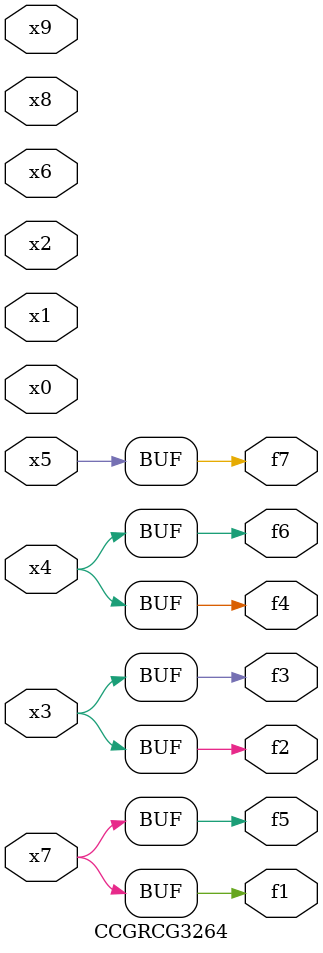
<source format=v>
module CCGRCG3264(
	input x0, x1, x2, x3, x4, x5, x6, x7, x8, x9,
	output f1, f2, f3, f4, f5, f6, f7
);
	assign f1 = x7;
	assign f2 = x3;
	assign f3 = x3;
	assign f4 = x4;
	assign f5 = x7;
	assign f6 = x4;
	assign f7 = x5;
endmodule

</source>
